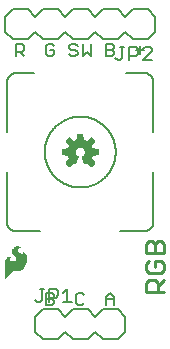
<source format=gbr>
G04 EAGLE Gerber RS-274X export*
G75*
%MOMM*%
%FSLAX34Y34*%
%LPD*%
%INSilkscreen Top*%
%IPPOS*%
%AMOC8*
5,1,8,0,0,1.08239X$1,22.5*%
G01*
%ADD10C,0.203200*%
%ADD11C,0.279400*%
%ADD12C,0.127000*%

G36*
X85520Y146196D02*
X85520Y146196D01*
X85628Y146206D01*
X85641Y146212D01*
X85655Y146214D01*
X85752Y146262D01*
X85851Y146307D01*
X85864Y146318D01*
X85873Y146322D01*
X85888Y146338D01*
X85965Y146400D01*
X88550Y148985D01*
X88613Y149074D01*
X88679Y149159D01*
X88684Y149172D01*
X88692Y149184D01*
X88723Y149287D01*
X88759Y149390D01*
X88759Y149404D01*
X88763Y149417D01*
X88759Y149525D01*
X88760Y149634D01*
X88755Y149647D01*
X88755Y149661D01*
X88717Y149763D01*
X88682Y149865D01*
X88673Y149880D01*
X88669Y149889D01*
X88655Y149906D01*
X88601Y149988D01*
X85837Y153378D01*
X86394Y154460D01*
X86400Y154480D01*
X86442Y154575D01*
X86813Y155734D01*
X91164Y156177D01*
X91268Y156205D01*
X91374Y156230D01*
X91386Y156237D01*
X91399Y156240D01*
X91489Y156301D01*
X91582Y156358D01*
X91590Y156369D01*
X91602Y156377D01*
X91668Y156463D01*
X91737Y156547D01*
X91741Y156560D01*
X91750Y156571D01*
X91784Y156674D01*
X91823Y156775D01*
X91824Y156793D01*
X91828Y156802D01*
X91828Y156824D01*
X91837Y156922D01*
X91837Y160578D01*
X91820Y160685D01*
X91806Y160793D01*
X91800Y160805D01*
X91798Y160819D01*
X91746Y160915D01*
X91699Y161012D01*
X91689Y161022D01*
X91683Y161034D01*
X91603Y161108D01*
X91527Y161185D01*
X91515Y161191D01*
X91505Y161201D01*
X91406Y161246D01*
X91309Y161294D01*
X91291Y161298D01*
X91282Y161302D01*
X91261Y161304D01*
X91164Y161323D01*
X86813Y161766D01*
X86442Y162925D01*
X86433Y162942D01*
X86431Y162950D01*
X86427Y162957D01*
X86394Y163040D01*
X85837Y164122D01*
X88601Y167512D01*
X88655Y167606D01*
X88712Y167698D01*
X88715Y167711D01*
X88722Y167723D01*
X88743Y167830D01*
X88768Y167935D01*
X88766Y167949D01*
X88769Y167963D01*
X88754Y168070D01*
X88744Y168178D01*
X88738Y168191D01*
X88736Y168205D01*
X88688Y168302D01*
X88643Y168401D01*
X88632Y168414D01*
X88628Y168423D01*
X88612Y168438D01*
X88550Y168515D01*
X85965Y171100D01*
X85876Y171163D01*
X85791Y171229D01*
X85778Y171234D01*
X85766Y171242D01*
X85663Y171273D01*
X85560Y171309D01*
X85546Y171309D01*
X85533Y171313D01*
X85425Y171309D01*
X85316Y171310D01*
X85303Y171305D01*
X85289Y171305D01*
X85187Y171267D01*
X85085Y171232D01*
X85070Y171223D01*
X85061Y171219D01*
X85044Y171205D01*
X84962Y171151D01*
X81572Y168387D01*
X80490Y168944D01*
X80470Y168950D01*
X80375Y168992D01*
X79216Y169363D01*
X78773Y173714D01*
X78745Y173818D01*
X78720Y173924D01*
X78713Y173936D01*
X78710Y173949D01*
X78649Y174039D01*
X78592Y174132D01*
X78581Y174140D01*
X78573Y174152D01*
X78487Y174218D01*
X78403Y174287D01*
X78390Y174291D01*
X78379Y174300D01*
X78276Y174334D01*
X78175Y174373D01*
X78157Y174374D01*
X78148Y174378D01*
X78126Y174378D01*
X78028Y174387D01*
X74372Y174387D01*
X74265Y174370D01*
X74157Y174356D01*
X74145Y174350D01*
X74131Y174348D01*
X74035Y174296D01*
X73938Y174249D01*
X73928Y174239D01*
X73916Y174233D01*
X73842Y174153D01*
X73765Y174077D01*
X73759Y174065D01*
X73749Y174055D01*
X73704Y173956D01*
X73656Y173859D01*
X73652Y173841D01*
X73648Y173832D01*
X73646Y173811D01*
X73627Y173714D01*
X73184Y169363D01*
X72025Y168992D01*
X72007Y168982D01*
X71910Y168944D01*
X70828Y168387D01*
X67438Y171151D01*
X67344Y171205D01*
X67252Y171262D01*
X67239Y171265D01*
X67227Y171272D01*
X67120Y171293D01*
X67015Y171318D01*
X67001Y171316D01*
X66987Y171319D01*
X66880Y171304D01*
X66772Y171294D01*
X66759Y171288D01*
X66746Y171286D01*
X66648Y171238D01*
X66549Y171193D01*
X66536Y171182D01*
X66527Y171178D01*
X66512Y171162D01*
X66435Y171100D01*
X63850Y168515D01*
X63787Y168426D01*
X63721Y168341D01*
X63716Y168328D01*
X63708Y168316D01*
X63677Y168213D01*
X63641Y168110D01*
X63641Y168096D01*
X63637Y168083D01*
X63641Y167975D01*
X63640Y167866D01*
X63645Y167853D01*
X63645Y167839D01*
X63683Y167737D01*
X63718Y167635D01*
X63727Y167620D01*
X63731Y167611D01*
X63745Y167594D01*
X63799Y167512D01*
X66563Y164122D01*
X66006Y163040D01*
X66000Y163020D01*
X65958Y162925D01*
X65587Y161766D01*
X61236Y161323D01*
X61132Y161295D01*
X61026Y161270D01*
X61014Y161263D01*
X61001Y161260D01*
X60911Y161199D01*
X60818Y161142D01*
X60810Y161131D01*
X60798Y161123D01*
X60732Y161037D01*
X60664Y160953D01*
X60659Y160940D01*
X60650Y160929D01*
X60616Y160826D01*
X60577Y160725D01*
X60576Y160707D01*
X60572Y160698D01*
X60573Y160676D01*
X60563Y160578D01*
X60563Y156922D01*
X60580Y156815D01*
X60594Y156707D01*
X60600Y156695D01*
X60602Y156681D01*
X60654Y156585D01*
X60701Y156488D01*
X60711Y156478D01*
X60717Y156466D01*
X60797Y156392D01*
X60873Y156315D01*
X60885Y156309D01*
X60896Y156299D01*
X60994Y156254D01*
X61091Y156206D01*
X61109Y156202D01*
X61118Y156198D01*
X61139Y156196D01*
X61236Y156177D01*
X65587Y155734D01*
X65958Y154575D01*
X65968Y154557D01*
X66006Y154460D01*
X66563Y153378D01*
X63799Y149988D01*
X63745Y149894D01*
X63688Y149802D01*
X63685Y149789D01*
X63678Y149777D01*
X63657Y149670D01*
X63632Y149565D01*
X63634Y149551D01*
X63631Y149537D01*
X63646Y149430D01*
X63656Y149322D01*
X63662Y149309D01*
X63664Y149296D01*
X63712Y149198D01*
X63757Y149099D01*
X63768Y149086D01*
X63772Y149077D01*
X63788Y149062D01*
X63850Y148985D01*
X66435Y146400D01*
X66524Y146337D01*
X66609Y146271D01*
X66622Y146266D01*
X66634Y146258D01*
X66737Y146227D01*
X66840Y146191D01*
X66854Y146191D01*
X66867Y146187D01*
X66975Y146191D01*
X67084Y146190D01*
X67097Y146195D01*
X67111Y146195D01*
X67213Y146233D01*
X67315Y146268D01*
X67330Y146277D01*
X67339Y146281D01*
X67356Y146295D01*
X67438Y146349D01*
X70828Y149113D01*
X71910Y148556D01*
X71963Y148539D01*
X72012Y148513D01*
X72078Y148502D01*
X72142Y148481D01*
X72198Y148482D01*
X72252Y148473D01*
X72319Y148484D01*
X72386Y148485D01*
X72438Y148503D01*
X72493Y148512D01*
X72553Y148544D01*
X72616Y148567D01*
X72659Y148601D01*
X72709Y148627D01*
X72755Y148676D01*
X72807Y148718D01*
X72838Y148765D01*
X72876Y148805D01*
X72932Y148910D01*
X72940Y148923D01*
X72941Y148928D01*
X72945Y148935D01*
X75098Y154132D01*
X75118Y154216D01*
X75123Y154228D01*
X75125Y154244D01*
X75150Y154330D01*
X75149Y154350D01*
X75154Y154370D01*
X75146Y154452D01*
X75147Y154471D01*
X75143Y154491D01*
X75139Y154574D01*
X75132Y154593D01*
X75130Y154613D01*
X75098Y154682D01*
X75092Y154709D01*
X75077Y154733D01*
X75050Y154802D01*
X75037Y154817D01*
X75029Y154835D01*
X74984Y154884D01*
X74964Y154916D01*
X74932Y154942D01*
X74893Y154988D01*
X74872Y155003D01*
X74862Y155013D01*
X74841Y155025D01*
X74778Y155069D01*
X74775Y155071D01*
X74774Y155071D01*
X74772Y155073D01*
X73888Y155568D01*
X73209Y156195D01*
X72695Y156964D01*
X72375Y157832D01*
X72267Y158749D01*
X72380Y159684D01*
X72711Y160565D01*
X73243Y161342D01*
X73944Y161971D01*
X74774Y162414D01*
X75686Y162648D01*
X76628Y162658D01*
X77544Y162444D01*
X78384Y162019D01*
X79098Y161406D01*
X79647Y160641D01*
X79998Y159767D01*
X80131Y158835D01*
X80039Y157898D01*
X79727Y157010D01*
X79212Y156222D01*
X78525Y155578D01*
X77626Y155072D01*
X77586Y155039D01*
X77544Y155017D01*
X77513Y154984D01*
X77465Y154949D01*
X77452Y154932D01*
X77436Y154919D01*
X77401Y154865D01*
X77377Y154839D01*
X77364Y154808D01*
X77322Y154751D01*
X77316Y154731D01*
X77305Y154713D01*
X77287Y154640D01*
X77277Y154617D01*
X77274Y154593D01*
X77251Y154518D01*
X77252Y154497D01*
X77247Y154476D01*
X77254Y154392D01*
X77253Y154374D01*
X77256Y154358D01*
X77259Y154274D01*
X77267Y154248D01*
X77268Y154233D01*
X77278Y154211D01*
X77302Y154132D01*
X77610Y153387D01*
X77611Y153387D01*
X77921Y152638D01*
X78231Y151889D01*
X78231Y151888D01*
X78542Y151140D01*
X78542Y151139D01*
X78852Y150390D01*
X79162Y149641D01*
X79163Y149641D01*
X79455Y148935D01*
X79484Y148888D01*
X79505Y148836D01*
X79548Y148785D01*
X79584Y148728D01*
X79627Y148693D01*
X79663Y148650D01*
X79720Y148616D01*
X79772Y148573D01*
X79824Y148554D01*
X79872Y148525D01*
X79938Y148511D01*
X80001Y148487D01*
X80056Y148485D01*
X80110Y148474D01*
X80177Y148481D01*
X80244Y148479D01*
X80298Y148495D01*
X80353Y148502D01*
X80464Y148546D01*
X80478Y148550D01*
X80482Y148553D01*
X80490Y148556D01*
X81572Y149113D01*
X84962Y146349D01*
X85056Y146295D01*
X85148Y146238D01*
X85161Y146235D01*
X85173Y146228D01*
X85280Y146207D01*
X85385Y146182D01*
X85399Y146184D01*
X85413Y146181D01*
X85520Y146196D01*
G37*
G36*
X12710Y50701D02*
X12710Y50701D01*
X12714Y50699D01*
X12784Y50735D01*
X12794Y50740D01*
X12795Y50741D01*
X17667Y56223D01*
X18521Y57005D01*
X19511Y57594D01*
X19862Y57721D01*
X20230Y57786D01*
X22505Y57786D01*
X22510Y57788D01*
X22516Y57786D01*
X23880Y57910D01*
X23890Y57916D01*
X23902Y57914D01*
X25221Y58282D01*
X25229Y58290D01*
X25242Y58291D01*
X26472Y58891D01*
X26479Y58898D01*
X26490Y58901D01*
X27647Y59718D01*
X27652Y59726D01*
X27661Y59729D01*
X28692Y60701D01*
X28695Y60709D01*
X28701Y60711D01*
X28702Y60713D01*
X28704Y60714D01*
X29589Y61821D01*
X29591Y61831D01*
X29600Y61838D01*
X30547Y63519D01*
X30548Y63530D01*
X30556Y63540D01*
X31184Y65364D01*
X31183Y65375D01*
X31190Y65386D01*
X31478Y67293D01*
X31475Y67304D01*
X31480Y67316D01*
X31478Y67368D01*
X31470Y67620D01*
X31466Y67746D01*
X31466Y67747D01*
X31458Y67999D01*
X31450Y68252D01*
X31446Y68378D01*
X31438Y68630D01*
X31427Y69009D01*
X31419Y69244D01*
X31415Y69253D01*
X31417Y69265D01*
X31210Y70304D01*
X31205Y70312D01*
X31205Y70323D01*
X30847Y71320D01*
X30841Y71327D01*
X30840Y71338D01*
X30338Y72272D01*
X30329Y72279D01*
X30326Y72291D01*
X29419Y73428D01*
X29408Y73434D01*
X29401Y73447D01*
X28275Y74368D01*
X28232Y74380D01*
X28191Y74396D01*
X28186Y74394D01*
X28180Y74395D01*
X28142Y74374D01*
X28102Y74355D01*
X28099Y74349D01*
X28095Y74347D01*
X28087Y74318D01*
X28069Y74270D01*
X28069Y73390D01*
X28053Y73270D01*
X28009Y73167D01*
X27735Y72827D01*
X27374Y72579D01*
X27200Y72514D01*
X26662Y72456D01*
X26132Y72554D01*
X25644Y72803D01*
X24742Y73454D01*
X24330Y73808D01*
X23979Y74218D01*
X23696Y74676D01*
X23490Y75170D01*
X23431Y75470D01*
X23443Y75773D01*
X23600Y76292D01*
X23886Y76752D01*
X24281Y77122D01*
X24762Y77377D01*
X25252Y77516D01*
X25763Y77573D01*
X26366Y77573D01*
X26367Y77573D01*
X26389Y77582D01*
X26457Y77611D01*
X26492Y77703D01*
X26488Y77712D01*
X26454Y77788D01*
X26452Y77791D01*
X26451Y77792D01*
X26450Y77793D01*
X26429Y77813D01*
X26422Y77816D01*
X26418Y77824D01*
X25983Y78162D01*
X25968Y78166D01*
X25956Y78178D01*
X25452Y78399D01*
X25451Y78399D01*
X25095Y78551D01*
X24867Y78652D01*
X24857Y78653D01*
X24847Y78659D01*
X23969Y78879D01*
X23960Y78878D01*
X23950Y78882D01*
X23050Y78968D01*
X23040Y78964D01*
X23028Y78968D01*
X22160Y78902D01*
X22149Y78896D01*
X22136Y78897D01*
X21296Y78666D01*
X21286Y78658D01*
X21273Y78657D01*
X20493Y78269D01*
X20486Y78261D01*
X20475Y78258D01*
X19698Y77698D01*
X19694Y77691D01*
X19685Y77687D01*
X18989Y77029D01*
X18984Y77018D01*
X18973Y77010D01*
X18542Y76407D01*
X18539Y76392D01*
X18527Y76379D01*
X18260Y75687D01*
X18260Y75671D01*
X18252Y75656D01*
X18165Y74919D01*
X18170Y74904D01*
X18166Y74887D01*
X18265Y74152D01*
X18273Y74139D01*
X18273Y74122D01*
X18553Y73434D01*
X18562Y73425D01*
X18565Y73411D01*
X19752Y71653D01*
X19760Y71648D01*
X19764Y71637D01*
X21217Y70096D01*
X21587Y69661D01*
X21827Y69158D01*
X21929Y68610D01*
X21886Y68054D01*
X21700Y67529D01*
X21385Y67069D01*
X20960Y66704D01*
X20417Y66411D01*
X19831Y66213D01*
X19221Y66116D01*
X18510Y66151D01*
X17832Y66358D01*
X17226Y66723D01*
X16913Y67051D01*
X16707Y67455D01*
X16614Y67871D01*
X16614Y68299D01*
X16707Y68714D01*
X16779Y68852D01*
X16897Y68966D01*
X17721Y69565D01*
X17854Y69636D01*
X17992Y69664D01*
X18150Y69648D01*
X18193Y69662D01*
X18238Y69673D01*
X18240Y69677D01*
X18244Y69678D01*
X18264Y69719D01*
X18287Y69758D01*
X18286Y69762D01*
X18288Y69766D01*
X18273Y69809D01*
X18260Y69853D01*
X18257Y69855D01*
X18256Y69859D01*
X18218Y69878D01*
X18182Y69899D01*
X17699Y69975D01*
X17694Y69974D01*
X17689Y69976D01*
X16749Y70049D01*
X16740Y70046D01*
X16729Y70049D01*
X15789Y69976D01*
X15779Y69971D01*
X15767Y69972D01*
X15068Y69788D01*
X15058Y69780D01*
X15044Y69779D01*
X14396Y69458D01*
X14388Y69449D01*
X14374Y69445D01*
X13804Y69000D01*
X13798Y68989D01*
X13786Y68983D01*
X13316Y68433D01*
X13312Y68421D01*
X13301Y68412D01*
X12900Y67680D01*
X12899Y67667D01*
X12890Y67656D01*
X12650Y66857D01*
X12651Y66844D01*
X12645Y66831D01*
X12575Y66000D01*
X12577Y65994D01*
X12575Y65989D01*
X12575Y50825D01*
X12577Y50820D01*
X12575Y50816D01*
X12596Y50776D01*
X12613Y50734D01*
X12618Y50733D01*
X12620Y50728D01*
X12663Y50715D01*
X12705Y50699D01*
X12710Y50701D01*
G37*
D10*
X21839Y239776D02*
X21839Y250453D01*
X27178Y250453D01*
X28957Y248674D01*
X28957Y245115D01*
X27178Y243335D01*
X21839Y243335D01*
X25398Y243335D02*
X28957Y239776D01*
X52578Y250453D02*
X54357Y248674D01*
X52578Y250453D02*
X49019Y250453D01*
X47239Y248674D01*
X47239Y241556D01*
X49019Y239776D01*
X52578Y239776D01*
X54357Y241556D01*
X54357Y245115D01*
X50798Y245115D01*
X72131Y250453D02*
X73910Y248674D01*
X72131Y250453D02*
X68572Y250453D01*
X66792Y248674D01*
X66792Y246894D01*
X68572Y245115D01*
X72131Y245115D01*
X73910Y243335D01*
X73910Y241556D01*
X72131Y239776D01*
X68572Y239776D01*
X66792Y241556D01*
X78486Y239776D02*
X78486Y250453D01*
X82045Y243335D02*
X78486Y239776D01*
X82045Y243335D02*
X85604Y239776D01*
X85604Y250453D01*
X98039Y250453D02*
X98039Y239776D01*
X98039Y250453D02*
X103378Y250453D01*
X105157Y248674D01*
X105157Y246894D01*
X103378Y245115D01*
X105157Y243335D01*
X105157Y241556D01*
X103378Y239776D01*
X98039Y239776D01*
X98039Y245115D02*
X103378Y245115D01*
X123439Y245115D02*
X130557Y245115D01*
X126998Y248674D02*
X126998Y241556D01*
X47239Y39633D02*
X47239Y28956D01*
X47239Y39633D02*
X52578Y39633D01*
X54357Y37854D01*
X54357Y36074D01*
X52578Y34295D01*
X54357Y32515D01*
X54357Y30736D01*
X52578Y28956D01*
X47239Y28956D01*
X47239Y34295D02*
X52578Y34295D01*
X77978Y39633D02*
X79757Y37854D01*
X77978Y39633D02*
X74419Y39633D01*
X72639Y37854D01*
X72639Y30736D01*
X74419Y28956D01*
X77978Y28956D01*
X79757Y30736D01*
X98039Y28956D02*
X98039Y36074D01*
X101598Y39633D01*
X105157Y36074D01*
X105157Y28956D01*
X105157Y34295D02*
X98039Y34295D01*
D11*
X132194Y40340D02*
X147193Y40340D01*
X132194Y40340D02*
X132194Y47839D01*
X134694Y50339D01*
X139694Y50339D01*
X142193Y47839D01*
X142193Y40340D01*
X142193Y45339D02*
X147193Y50339D01*
X132194Y64211D02*
X134694Y66710D01*
X132194Y64211D02*
X132194Y59211D01*
X134694Y56711D01*
X144693Y56711D01*
X147193Y59211D01*
X147193Y64211D01*
X144693Y66710D01*
X139694Y66710D01*
X139694Y61711D01*
X147193Y73083D02*
X132194Y73083D01*
X132194Y80582D01*
X134694Y83082D01*
X137194Y83082D01*
X139694Y80582D01*
X142193Y83082D01*
X144693Y83082D01*
X147193Y80582D01*
X147193Y73083D01*
X139694Y73083D02*
X139694Y80582D01*
D10*
X14200Y175750D02*
X14200Y217688D01*
X14202Y217883D01*
X14209Y218078D01*
X14221Y218272D01*
X14238Y218466D01*
X14259Y218660D01*
X14285Y218853D01*
X14315Y219045D01*
X14350Y219237D01*
X14390Y219428D01*
X14434Y219617D01*
X14483Y219806D01*
X14537Y219993D01*
X14595Y220179D01*
X14657Y220364D01*
X14724Y220547D01*
X14795Y220728D01*
X14871Y220908D01*
X14951Y221085D01*
X15035Y221261D01*
X15123Y221435D01*
X15216Y221606D01*
X15313Y221775D01*
X15414Y221942D01*
X15518Y222106D01*
X15627Y222268D01*
X15740Y222427D01*
X15856Y222583D01*
X15976Y222736D01*
X16100Y222887D01*
X16228Y223034D01*
X16358Y223178D01*
X16493Y223319D01*
X16631Y223457D01*
X16772Y223592D01*
X16916Y223722D01*
X17063Y223850D01*
X17214Y223974D01*
X17367Y224094D01*
X17523Y224210D01*
X17682Y224323D01*
X17844Y224432D01*
X18008Y224536D01*
X18175Y224637D01*
X18344Y224734D01*
X18515Y224827D01*
X18689Y224915D01*
X18865Y224999D01*
X19042Y225079D01*
X19222Y225155D01*
X19403Y225226D01*
X19586Y225293D01*
X19771Y225355D01*
X19957Y225413D01*
X20144Y225467D01*
X20333Y225516D01*
X20522Y225560D01*
X20713Y225600D01*
X20905Y225635D01*
X21097Y225665D01*
X21290Y225691D01*
X21484Y225712D01*
X21678Y225729D01*
X21872Y225741D01*
X22067Y225748D01*
X22262Y225750D01*
X37200Y225750D01*
X130138Y225750D02*
X130333Y225748D01*
X130528Y225741D01*
X130722Y225729D01*
X130916Y225712D01*
X131110Y225691D01*
X131303Y225665D01*
X131495Y225635D01*
X131687Y225600D01*
X131878Y225560D01*
X132067Y225516D01*
X132256Y225467D01*
X132443Y225413D01*
X132629Y225355D01*
X132814Y225293D01*
X132997Y225226D01*
X133178Y225155D01*
X133358Y225079D01*
X133535Y224999D01*
X133711Y224915D01*
X133885Y224827D01*
X134056Y224734D01*
X134225Y224637D01*
X134392Y224536D01*
X134556Y224432D01*
X134718Y224323D01*
X134877Y224210D01*
X135033Y224094D01*
X135186Y223974D01*
X135337Y223850D01*
X135484Y223722D01*
X135628Y223592D01*
X135769Y223457D01*
X135907Y223319D01*
X136042Y223178D01*
X136172Y223034D01*
X136300Y222887D01*
X136424Y222736D01*
X136544Y222583D01*
X136660Y222427D01*
X136773Y222268D01*
X136882Y222106D01*
X136986Y221942D01*
X137087Y221775D01*
X137184Y221606D01*
X137277Y221435D01*
X137365Y221261D01*
X137449Y221085D01*
X137529Y220908D01*
X137605Y220728D01*
X137676Y220547D01*
X137743Y220364D01*
X137805Y220179D01*
X137863Y219993D01*
X137917Y219806D01*
X137966Y219617D01*
X138010Y219428D01*
X138050Y219237D01*
X138085Y219045D01*
X138115Y218853D01*
X138141Y218660D01*
X138162Y218466D01*
X138179Y218272D01*
X138191Y218078D01*
X138198Y217883D01*
X138200Y217688D01*
X130138Y225750D02*
X115200Y225750D01*
X138200Y217688D02*
X138200Y175750D01*
X138200Y141750D02*
X138200Y99812D01*
X138198Y99617D01*
X138191Y99422D01*
X138179Y99228D01*
X138162Y99034D01*
X138141Y98840D01*
X138115Y98647D01*
X138085Y98455D01*
X138050Y98263D01*
X138010Y98072D01*
X137966Y97883D01*
X137917Y97694D01*
X137863Y97507D01*
X137805Y97321D01*
X137743Y97136D01*
X137676Y96953D01*
X137605Y96772D01*
X137529Y96592D01*
X137449Y96415D01*
X137365Y96239D01*
X137277Y96065D01*
X137184Y95894D01*
X137087Y95725D01*
X136986Y95558D01*
X136882Y95394D01*
X136773Y95232D01*
X136660Y95073D01*
X136544Y94917D01*
X136424Y94764D01*
X136300Y94613D01*
X136172Y94466D01*
X136042Y94322D01*
X135907Y94181D01*
X135769Y94043D01*
X135628Y93908D01*
X135484Y93778D01*
X135337Y93650D01*
X135186Y93526D01*
X135033Y93406D01*
X134877Y93290D01*
X134718Y93177D01*
X134556Y93068D01*
X134392Y92964D01*
X134225Y92863D01*
X134056Y92766D01*
X133885Y92673D01*
X133711Y92585D01*
X133535Y92501D01*
X133358Y92421D01*
X133178Y92345D01*
X132997Y92274D01*
X132814Y92207D01*
X132629Y92145D01*
X132443Y92087D01*
X132256Y92033D01*
X132067Y91984D01*
X131878Y91940D01*
X131687Y91900D01*
X131495Y91865D01*
X131303Y91835D01*
X131110Y91809D01*
X130916Y91788D01*
X130722Y91771D01*
X130528Y91759D01*
X130333Y91752D01*
X130138Y91750D01*
X110200Y91750D01*
X22262Y91750D02*
X22067Y91752D01*
X21872Y91759D01*
X21678Y91771D01*
X21484Y91788D01*
X21290Y91809D01*
X21097Y91835D01*
X20905Y91865D01*
X20713Y91900D01*
X20522Y91940D01*
X20333Y91984D01*
X20144Y92033D01*
X19957Y92087D01*
X19771Y92145D01*
X19586Y92207D01*
X19403Y92274D01*
X19222Y92345D01*
X19042Y92421D01*
X18865Y92501D01*
X18689Y92585D01*
X18515Y92673D01*
X18344Y92766D01*
X18175Y92863D01*
X18008Y92964D01*
X17844Y93068D01*
X17682Y93177D01*
X17523Y93290D01*
X17367Y93406D01*
X17214Y93526D01*
X17063Y93650D01*
X16916Y93778D01*
X16772Y93908D01*
X16631Y94043D01*
X16493Y94181D01*
X16358Y94322D01*
X16228Y94466D01*
X16100Y94613D01*
X15976Y94764D01*
X15856Y94917D01*
X15740Y95073D01*
X15627Y95232D01*
X15518Y95394D01*
X15414Y95558D01*
X15313Y95725D01*
X15216Y95894D01*
X15123Y96065D01*
X15035Y96239D01*
X14951Y96415D01*
X14871Y96592D01*
X14795Y96772D01*
X14724Y96953D01*
X14657Y97136D01*
X14595Y97321D01*
X14537Y97507D01*
X14483Y97694D01*
X14434Y97883D01*
X14390Y98072D01*
X14350Y98263D01*
X14315Y98455D01*
X14285Y98647D01*
X14259Y98840D01*
X14238Y99034D01*
X14221Y99228D01*
X14209Y99422D01*
X14202Y99617D01*
X14200Y99812D01*
X22262Y91750D02*
X42200Y91750D01*
X14200Y99812D02*
X14200Y141750D01*
X46200Y158750D02*
X46209Y159486D01*
X46236Y160222D01*
X46281Y160957D01*
X46344Y161691D01*
X46426Y162422D01*
X46525Y163152D01*
X46642Y163879D01*
X46776Y164603D01*
X46929Y165323D01*
X47099Y166039D01*
X47287Y166751D01*
X47492Y167459D01*
X47714Y168160D01*
X47954Y168857D01*
X48210Y169547D01*
X48484Y170231D01*
X48774Y170907D01*
X49080Y171577D01*
X49403Y172238D01*
X49742Y172892D01*
X50097Y173537D01*
X50468Y174173D01*
X50854Y174800D01*
X51256Y175417D01*
X51672Y176024D01*
X52104Y176621D01*
X52550Y177207D01*
X53010Y177782D01*
X53484Y178345D01*
X53971Y178897D01*
X54473Y179436D01*
X54987Y179963D01*
X55514Y180477D01*
X56053Y180979D01*
X56605Y181466D01*
X57168Y181940D01*
X57743Y182400D01*
X58329Y182846D01*
X58926Y183278D01*
X59533Y183694D01*
X60150Y184096D01*
X60777Y184482D01*
X61413Y184853D01*
X62058Y185208D01*
X62712Y185547D01*
X63373Y185870D01*
X64043Y186176D01*
X64719Y186466D01*
X65403Y186740D01*
X66093Y186996D01*
X66790Y187236D01*
X67491Y187458D01*
X68199Y187663D01*
X68911Y187851D01*
X69627Y188021D01*
X70347Y188174D01*
X71071Y188308D01*
X71798Y188425D01*
X72528Y188524D01*
X73259Y188606D01*
X73993Y188669D01*
X74728Y188714D01*
X75464Y188741D01*
X76200Y188750D01*
X76936Y188741D01*
X77672Y188714D01*
X78407Y188669D01*
X79141Y188606D01*
X79872Y188524D01*
X80602Y188425D01*
X81329Y188308D01*
X82053Y188174D01*
X82773Y188021D01*
X83489Y187851D01*
X84201Y187663D01*
X84909Y187458D01*
X85610Y187236D01*
X86307Y186996D01*
X86997Y186740D01*
X87681Y186466D01*
X88357Y186176D01*
X89027Y185870D01*
X89688Y185547D01*
X90342Y185208D01*
X90987Y184853D01*
X91623Y184482D01*
X92250Y184096D01*
X92867Y183694D01*
X93474Y183278D01*
X94071Y182846D01*
X94657Y182400D01*
X95232Y181940D01*
X95795Y181466D01*
X96347Y180979D01*
X96886Y180477D01*
X97413Y179963D01*
X97927Y179436D01*
X98429Y178897D01*
X98916Y178345D01*
X99390Y177782D01*
X99850Y177207D01*
X100296Y176621D01*
X100728Y176024D01*
X101144Y175417D01*
X101546Y174800D01*
X101932Y174173D01*
X102303Y173537D01*
X102658Y172892D01*
X102997Y172238D01*
X103320Y171577D01*
X103626Y170907D01*
X103916Y170231D01*
X104190Y169547D01*
X104446Y168857D01*
X104686Y168160D01*
X104908Y167459D01*
X105113Y166751D01*
X105301Y166039D01*
X105471Y165323D01*
X105624Y164603D01*
X105758Y163879D01*
X105875Y163152D01*
X105974Y162422D01*
X106056Y161691D01*
X106119Y160957D01*
X106164Y160222D01*
X106191Y159486D01*
X106200Y158750D01*
X106191Y158014D01*
X106164Y157278D01*
X106119Y156543D01*
X106056Y155809D01*
X105974Y155078D01*
X105875Y154348D01*
X105758Y153621D01*
X105624Y152897D01*
X105471Y152177D01*
X105301Y151461D01*
X105113Y150749D01*
X104908Y150041D01*
X104686Y149340D01*
X104446Y148643D01*
X104190Y147953D01*
X103916Y147269D01*
X103626Y146593D01*
X103320Y145923D01*
X102997Y145262D01*
X102658Y144608D01*
X102303Y143963D01*
X101932Y143327D01*
X101546Y142700D01*
X101144Y142083D01*
X100728Y141476D01*
X100296Y140879D01*
X99850Y140293D01*
X99390Y139718D01*
X98916Y139155D01*
X98429Y138603D01*
X97927Y138064D01*
X97413Y137537D01*
X96886Y137023D01*
X96347Y136521D01*
X95795Y136034D01*
X95232Y135560D01*
X94657Y135100D01*
X94071Y134654D01*
X93474Y134222D01*
X92867Y133806D01*
X92250Y133404D01*
X91623Y133018D01*
X90987Y132647D01*
X90342Y132292D01*
X89688Y131953D01*
X89027Y131630D01*
X88357Y131324D01*
X87681Y131034D01*
X86997Y130760D01*
X86307Y130504D01*
X85610Y130264D01*
X84909Y130042D01*
X84201Y129837D01*
X83489Y129649D01*
X82773Y129479D01*
X82053Y129326D01*
X81329Y129192D01*
X80602Y129075D01*
X79872Y128976D01*
X79141Y128894D01*
X78407Y128831D01*
X77672Y128786D01*
X76936Y128759D01*
X76200Y128750D01*
X75464Y128759D01*
X74728Y128786D01*
X73993Y128831D01*
X73259Y128894D01*
X72528Y128976D01*
X71798Y129075D01*
X71071Y129192D01*
X70347Y129326D01*
X69627Y129479D01*
X68911Y129649D01*
X68199Y129837D01*
X67491Y130042D01*
X66790Y130264D01*
X66093Y130504D01*
X65403Y130760D01*
X64719Y131034D01*
X64043Y131324D01*
X63373Y131630D01*
X62712Y131953D01*
X62058Y132292D01*
X61413Y132647D01*
X60777Y133018D01*
X60150Y133404D01*
X59533Y133806D01*
X58926Y134222D01*
X58329Y134654D01*
X57743Y135100D01*
X57168Y135560D01*
X56605Y136034D01*
X56053Y136521D01*
X55514Y137023D01*
X54987Y137537D01*
X54473Y138064D01*
X53971Y138603D01*
X53484Y139155D01*
X53010Y139718D01*
X52550Y140293D01*
X52104Y140879D01*
X51672Y141476D01*
X51256Y142083D01*
X50854Y142700D01*
X50468Y143327D01*
X50097Y143963D01*
X49742Y144608D01*
X49403Y145262D01*
X49080Y145923D01*
X48774Y146593D01*
X48484Y147269D01*
X48210Y147953D01*
X47954Y148643D01*
X47714Y149340D01*
X47492Y150041D01*
X47287Y150749D01*
X47099Y151461D01*
X46929Y152177D01*
X46776Y152897D01*
X46642Y153621D01*
X46525Y154348D01*
X46426Y155078D01*
X46344Y155809D01*
X46281Y156543D01*
X46236Y157278D01*
X46209Y158014D01*
X46200Y158750D01*
X95250Y25400D02*
X88900Y19050D01*
X95250Y25400D02*
X107950Y25400D01*
X114300Y19050D01*
X114300Y6350D02*
X107950Y0D01*
X95250Y0D01*
X88900Y6350D01*
X57150Y25400D02*
X44450Y25400D01*
X57150Y25400D02*
X63500Y19050D01*
X63500Y6350D02*
X57150Y0D01*
X63500Y19050D02*
X69850Y25400D01*
X82550Y25400D01*
X88900Y19050D01*
X88900Y6350D02*
X82550Y0D01*
X69850Y0D01*
X63500Y6350D01*
X38100Y6350D02*
X38100Y19050D01*
X44450Y25400D01*
X38100Y6350D02*
X44450Y0D01*
X57150Y0D01*
X114300Y6350D02*
X114300Y19050D01*
D12*
X39880Y31623D02*
X37973Y33530D01*
X39880Y31623D02*
X41786Y31623D01*
X43693Y33530D01*
X43693Y43063D01*
X41786Y43063D02*
X45600Y43063D01*
X49667Y43063D02*
X49667Y31623D01*
X49667Y43063D02*
X55387Y43063D01*
X57293Y41156D01*
X57293Y37343D01*
X55387Y35436D01*
X49667Y35436D01*
X61361Y39250D02*
X65174Y43063D01*
X65174Y31623D01*
X61361Y31623D02*
X68987Y31623D01*
D10*
X57150Y254000D02*
X44450Y254000D01*
X38100Y260350D01*
X38100Y273050D02*
X44450Y279400D01*
X38100Y260350D02*
X31750Y254000D01*
X19050Y254000D01*
X12700Y260350D01*
X12700Y273050D02*
X19050Y279400D01*
X31750Y279400D01*
X38100Y273050D01*
X82550Y254000D02*
X88900Y260350D01*
X82550Y254000D02*
X69850Y254000D01*
X63500Y260350D01*
X63500Y273050D02*
X69850Y279400D01*
X82550Y279400D01*
X88900Y273050D01*
X63500Y260350D02*
X57150Y254000D01*
X63500Y273050D02*
X57150Y279400D01*
X44450Y279400D01*
X120650Y254000D02*
X133350Y254000D01*
X120650Y254000D02*
X114300Y260350D01*
X114300Y273050D02*
X120650Y279400D01*
X114300Y260350D02*
X107950Y254000D01*
X95250Y254000D01*
X88900Y260350D01*
X88900Y273050D02*
X95250Y279400D01*
X107950Y279400D01*
X114300Y273050D01*
X139700Y273050D02*
X139700Y260350D01*
X133350Y254000D01*
X139700Y273050D02*
X133350Y279400D01*
X120650Y279400D01*
X12700Y273050D02*
X12700Y260350D01*
D12*
X106015Y238254D02*
X107922Y236347D01*
X109828Y236347D01*
X111735Y238254D01*
X111735Y247787D01*
X109828Y247787D02*
X113642Y247787D01*
X117709Y247787D02*
X117709Y236347D01*
X117709Y247787D02*
X123429Y247787D01*
X125336Y245880D01*
X125336Y242067D01*
X123429Y240160D01*
X117709Y240160D01*
X129403Y236347D02*
X137029Y236347D01*
X129403Y236347D02*
X137029Y243974D01*
X137029Y245880D01*
X135123Y247787D01*
X131310Y247787D01*
X129403Y245880D01*
M02*

</source>
